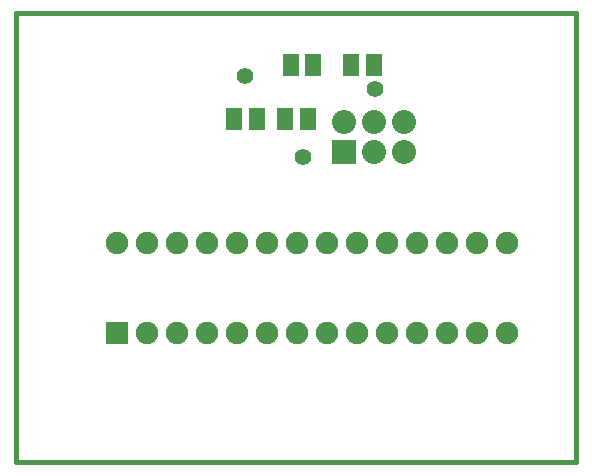
<source format=gts>
G04 (created by PCBNEW-RS274X (2010-00-09 BZR 23xx)-stable) date Sun 16 Oct 2011 03:02:59 PM EDT*
G01*
G70*
G90*
%MOIN*%
G04 Gerber Fmt 3.4, Leading zero omitted, Abs format*
%FSLAX34Y34*%
G04 APERTURE LIST*
%ADD10C,0.006000*%
%ADD11C,0.015000*%
%ADD12C,0.075000*%
%ADD13R,0.075000X0.075000*%
%ADD14R,0.080000X0.080000*%
%ADD15C,0.080000*%
%ADD16R,0.055000X0.075000*%
%ADD17C,0.055000*%
G04 APERTURE END LIST*
G54D10*
G54D11*
X25260Y-21640D02*
X25270Y-21640D01*
X25260Y-36610D02*
X25260Y-21640D01*
X43910Y-36610D02*
X25260Y-36610D01*
X43910Y-21630D02*
X43910Y-36610D01*
X25280Y-21630D02*
X43910Y-21630D01*
G54D12*
X29600Y-32300D03*
X30600Y-32300D03*
X31600Y-32300D03*
X32600Y-32300D03*
X33600Y-32300D03*
X34600Y-32300D03*
X35600Y-32300D03*
X36600Y-32300D03*
X37600Y-32300D03*
X38600Y-32300D03*
X39600Y-32300D03*
X40600Y-32300D03*
X41600Y-32300D03*
G54D13*
X28600Y-32300D03*
G54D12*
X41600Y-29300D03*
X40600Y-29300D03*
X39600Y-29300D03*
X38600Y-29300D03*
X37600Y-29300D03*
X36600Y-29300D03*
X35600Y-29300D03*
X34600Y-29300D03*
X33600Y-29300D03*
X32600Y-29300D03*
X31600Y-29300D03*
X30600Y-29300D03*
X29600Y-29300D03*
X28600Y-29300D03*
G54D14*
X36190Y-26250D03*
G54D15*
X36190Y-25250D03*
X37190Y-26250D03*
X37190Y-25250D03*
X38190Y-26250D03*
X38190Y-25250D03*
G54D16*
X34975Y-25180D03*
X34225Y-25180D03*
X37175Y-23370D03*
X36425Y-23370D03*
X33265Y-25170D03*
X32515Y-25170D03*
X35155Y-23380D03*
X34405Y-23380D03*
G54D17*
X32880Y-23730D03*
X37210Y-24180D03*
X34800Y-26430D03*
M02*

</source>
